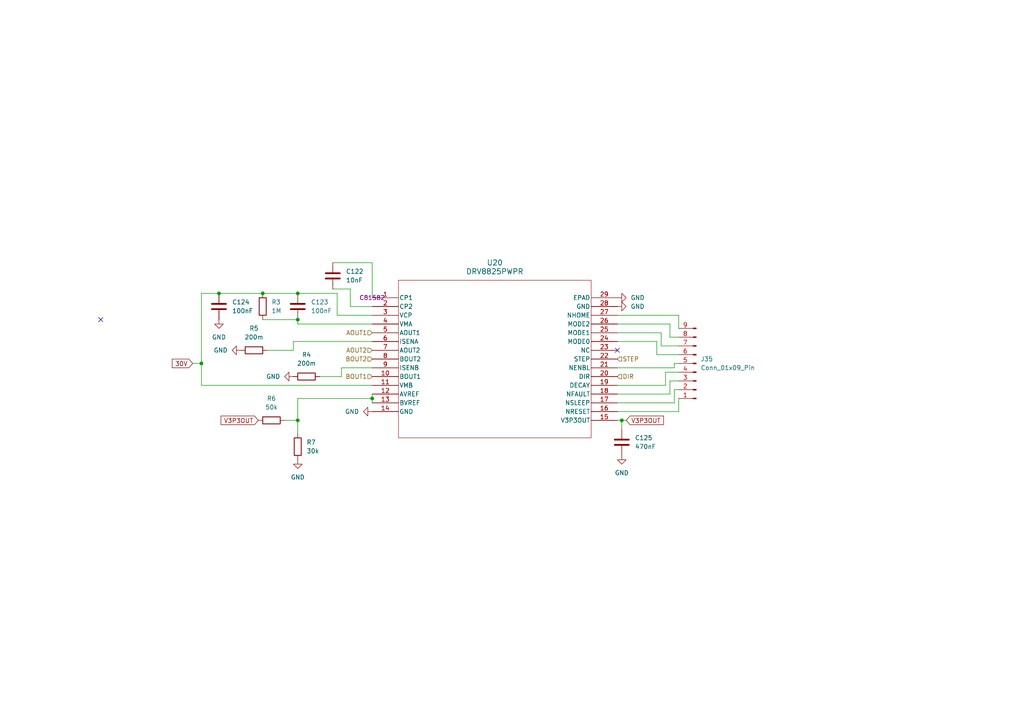
<source format=kicad_sch>
(kicad_sch (version 20250114) (generator "eeschema") (generator_version "9.0")
  (paper "A4")
  (lib_symbols
    (symbol "2025-03-06_21-39-13:DRV8825PWPR" (pin_names (offset 0.254))
      (property "Reference" "U" (at 35.56 10.16 0))
      (property "Value" "DRV8825PWPR" (at 35.56 7.62 0))
      (symbol "DRV8825PWPR_0_1"
        (polyline (pts (xy 7.62 5.08) (xy 7.62 -40.64)) (stroke (width 0.127)))
        (polyline (pts (xy 7.62 -40.64) (xy 63.5 -40.64)) (stroke (width 0.127)))
        (polyline (pts (xy 63.5 5.08) (xy 7.62 5.08)) (stroke (width 0.127)))
        (polyline (pts (xy 63.5 -40.64) (xy 63.5 5.08)) (stroke (width 0.127)))
        (pin bidirectional line (at 0 0 0) (length 7.62) (name "CP1") (number "1"))
        (pin bidirectional line (at 0 -2.54 0) (length 7.62) (name "CP2") (number "2"))
        (pin bidirectional line (at 0 -5.08 0) (length 7.62) (name "VCP") (number "3"))
        (pin power_in line (at 0 -7.62 0) (length 7.62) (name "VMA") (number "4"))
        (pin output line (at 0 -10.16 0) (length 7.62) (name "AOUT1") (number "5"))
        (pin bidirectional line (at 0 -12.7 0) (length 7.62) (name "ISENA") (number "6"))
        (pin output line (at 0 -15.24 0) (length 7.62) (name "AOUT2") (number "7"))
        (pin output line (at 0 -17.78 0) (length 7.62) (name "BOUT2") (number "8"))
        (pin bidirectional line (at 0 -20.32 0) (length 7.62) (name "ISENB") (number "9"))
        (pin output line (at 0 -22.86 0) (length 7.62) (name "BOUT1") (number "10"))
        (pin power_in line (at 0 -25.4 0) (length 7.62) (name "VMB") (number "11"))
        (pin input line (at 0 -27.94 0) (length 7.62) (name "AVREF") (number "12"))
        (pin input line (at 0 -30.48 0) (length 7.62) (name "BVREF") (number "13"))
        (pin power_in line (at 0 -33.02 0) (length 7.62) (name "GND") (number "14"))
        (pin unspecified line (at 71.12 0 180) (length 7.62) (name "EPAD") (number "29"))
        (pin power_in line (at 71.12 -2.54 180) (length 7.62) (name "GND") (number "28"))
        (pin output line (at 71.12 -5.08 180) (length 7.62) (name "NHOME") (number "27"))
        (pin input line (at 71.12 -7.62 180) (length 7.62) (name "MODE2") (number "26"))
        (pin input line (at 71.12 -10.16 180) (length 7.62) (name "MODE1") (number "25"))
        (pin input line (at 71.12 -12.7 180) (length 7.62) (name "MODE0") (number "24"))
        (pin unspecified line (at 71.12 -15.24 180) (length 7.62) (name "NC") (number "23"))
        (pin input line (at 71.12 -17.78 180) (length 7.62) (name "STEP") (number "22"))
        (pin input line (at 71.12 -20.32 180) (length 7.62) (name "NENBL") (number "21"))
        (pin input line (at 71.12 -22.86 180) (length 7.62) (name "DIR") (number "20"))
        (pin input line (at 71.12 -25.4 180) (length 7.62) (name "DECAY") (number "19"))
        (pin output line (at 71.12 -27.94 180) (length 7.62) (name "NFAULT") (number "18"))
        (pin input line (at 71.12 -30.48 180) (length 7.62) (name "NSLEEP") (number "17"))
        (pin input line (at 71.12 -33.02 180) (length 7.62) (name "NRESET") (number "16"))
        (pin output line (at 71.12 -35.56 180) (length 7.62) (name "V3P3OUT") (number "15"))
      )
    )
    (symbol "Connector:Conn_01x09_Pin" (pin_names (offset 1.016) (hide yes))
      (property "Reference" "J" (at 0 12.7 0))
      (property "Value" "Conn_01x09_Pin" (at 0 -12.7 0))
      (symbol "Conn_01x09_Pin_1_1"
        (rectangle (start 0.8636 10.287) (end 0 10.033) (stroke (width 0.1524)) (fill (type outline)))
        (rectangle (start 0.8636 7.747) (end 0 7.493) (stroke (width 0.1524)) (fill (type outline)))
        (rectangle (start 0.8636 5.207) (end 0 4.953) (stroke (width 0.1524)) (fill (type outline)))
        (rectangle (start 0.8636 2.667) (end 0 2.413) (stroke (width 0.1524)) (fill (type outline)))
        (rectangle (start 0.8636 0.127) (end 0 -0.127) (stroke (width 0.1524)) (fill (type outline)))
        (rectangle (start 0.8636 -2.413) (end 0 -2.667) (stroke (width 0.1524)) (fill (type outline)))
        (rectangle (start 0.8636 -4.953) (end 0 -5.207) (stroke (width 0.1524)) (fill (type outline)))
        (rectangle (start 0.8636 -7.493) (end 0 -7.747) (stroke (width 0.1524)) (fill (type outline)))
        (rectangle (start 0.8636 -10.033) (end 0 -10.287) (stroke (width 0.1524)) (fill (type outline)))
        (polyline (pts (xy 1.27 10.16) (xy 0.8636 10.16)) (stroke (width 0.1524)))
        (polyline (pts (xy 1.27 7.62) (xy 0.8636 7.62)) (stroke (width 0.1524)))
        (polyline (pts (xy 1.27 5.08) (xy 0.8636 5.08)) (stroke (width 0.1524)))
        (polyline (pts (xy 1.27 2.54) (xy 0.8636 2.54)) (stroke (width 0.1524)))
        (polyline (pts (xy 1.27 0) (xy 0.8636 0)) (stroke (width 0.1524)))
        (polyline (pts (xy 1.27 -2.54) (xy 0.8636 -2.54)) (stroke (width 0.1524)))
        (polyline (pts (xy 1.27 -5.08) (xy 0.8636 -5.08)) (stroke (width 0.1524)))
        (polyline (pts (xy 1.27 -7.62) (xy 0.8636 -7.62)) (stroke (width 0.1524)))
        (polyline (pts (xy 1.27 -10.16) (xy 0.8636 -10.16)) (stroke (width 0.1524)))
        (pin passive line (at 5.08 10.16 180) (length 3.81) (name "Pin_1") (number "1"))
        (pin passive line (at 5.08 7.62 180) (length 3.81) (name "Pin_2") (number "2"))
        (pin passive line (at 5.08 5.08 180) (length 3.81) (name "Pin_3") (number "3"))
        (pin passive line (at 5.08 2.54 180) (length 3.81) (name "Pin_4") (number "4"))
        (pin passive line (at 5.08 0 180) (length 3.81) (name "Pin_5") (number "5"))
        (pin passive line (at 5.08 -2.54 180) (length 3.81) (name "Pin_6") (number "6"))
        (pin passive line (at 5.08 -5.08 180) (length 3.81) (name "Pin_7") (number "7"))
        (pin passive line (at 5.08 -7.62 180) (length 3.81) (name "Pin_8") (number "8"))
        (pin passive line (at 5.08 -10.16 180) (length 3.81) (name "Pin_9") (number "9"))
      )
    )
    (symbol "Device:C" (pin_numbers (hide yes)) (pin_names (offset 0.254))
      (property "Reference" "C" (at 0.635 2.54 0))
      (property "Value" "C" (at 0.635 -2.54 0))
      (symbol "C_0_1"
        (polyline (pts (xy -2.032 0.762) (xy 2.032 0.762)) (stroke (width 0.508)))
        (polyline (pts (xy -2.032 -0.762) (xy 2.032 -0.762)) (stroke (width 0.508)))
      )
      (symbol "C_1_1"
        (pin passive line (at 0 3.81 270) (length 2.794) (name "~") (number "1"))
        (pin passive line (at 0 -3.81 90) (length 2.794) (name "~") (number "2"))
      )
    )
    (symbol "Device:R" (pin_numbers (hide yes)) (pin_names (offset 0))
      (property "Reference" "R" (at 2.032 0 90))
      (property "Value" "R" (at 0 0 90))
      (symbol "R_0_1"
        (rectangle (start -1.016 -2.54) (end 1.016 2.54) (stroke (width 0.254)))
      )
      (symbol "R_1_1"
        (pin passive line (at 0 3.81 270) (length 1.27) (name "~") (number "1"))
        (pin passive line (at 0 -3.81 90) (length 1.27) (name "~") (number "2"))
      )
    )
    (symbol "power:GND" (power) (pin_numbers (hide yes)) (pin_names (offset 0) (hide yes))
      (property "Value" "GND" (at 0 -3.81 0))
      (symbol "GND_0_1"
        (polyline (pts (xy 0 0) (xy 0 -1.27) (xy 1.27 -1.27) (xy 0 -2.54) (xy -1.27 -1.27) (xy 0 -1.27)))
      )
      (symbol "GND_1_1"
        (pin power_in line (at 0 0 270) (length 0) (name "~") (number "1"))
      )
    )
  )
  (junction (at 86.36 92.71))
  (junction (at 63.5 85.09))
  (junction (at 86.36 85.09))
  (junction (at 76.2 85.09))
  (junction (at 58.42 105.41))
  (junction (at 180.34 121.92))
  (junction (at 86.36 121.92))
  (junction (at 107.95 115.57))
  (no_connect (at 29.21 92.71))
  (no_connect (at 179.07 101.6))
  (wire (pts (xy 190.5 102.87) (xy 196.85 102.87)))
  (wire (pts (xy 58.42 111.76) (xy 58.42 105.41)))
  (wire (pts (xy 107.95 115.57) (xy 107.95 116.84)))
  (wire (pts (xy 97.79 91.44) (xy 97.79 85.09)))
  (wire (pts (xy 101.6 83.82) (xy 96.52 83.82)))
  (wire (pts (xy 179.07 116.84) (xy 195.58 116.84)))
  (wire (pts (xy 63.5 85.09) (xy 58.42 85.09)))
  (wire (pts (xy 63.5 85.09) (xy 76.2 85.09)))
  (wire (pts (xy 195.58 106.68) (xy 195.58 105.41)))
  (wire (pts (xy 193.04 107.95) (xy 196.85 107.95)))
  (wire (pts (xy 82.55 121.92) (xy 86.36 121.92)))
  (wire (pts (xy 194.31 93.98) (xy 194.31 97.79)))
  (wire (pts (xy 193.04 111.76) (xy 193.04 107.95)))
  (wire (pts (xy 107.95 86.36) (xy 107.95 76.2)))
  (wire (pts (xy 195.58 105.41) (xy 196.85 105.41)))
  (wire (pts (xy 101.6 83.82) (xy 101.6 88.9)))
  (wire (pts (xy 196.85 100.33) (xy 191.77 100.33)))
  (wire (pts (xy 179.07 111.76) (xy 193.04 111.76)))
  (wire (pts (xy 99.06 106.68) (xy 107.95 106.68)))
  (wire (pts (xy 195.58 116.84) (xy 195.58 113.03)))
  (wire (pts (xy 107.95 93.98) (xy 86.36 93.98)))
  (wire (pts (xy 77.47 101.6) (xy 85.09 101.6)))
  (wire (pts (xy 107.95 115.57) (xy 86.36 115.57)))
  (wire (pts (xy 85.09 101.6) (xy 85.09 99.06)))
  (wire (pts (xy 179.07 93.98) (xy 194.31 93.98)))
  (wire (pts (xy 86.36 85.09) (xy 97.79 85.09)))
  (wire (pts (xy 179.07 91.44) (xy 196.85 91.44)))
  (wire (pts (xy 58.42 85.09) (xy 58.42 105.41)))
  (wire (pts (xy 179.07 99.06) (xy 190.5 99.06)))
  (wire (pts (xy 179.07 114.3) (xy 194.31 114.3)))
  (wire (pts (xy 196.85 119.38) (xy 196.85 115.57)))
  (wire (pts (xy 180.34 121.92) (xy 181.61 121.92)))
  (wire (pts (xy 86.36 93.98) (xy 86.36 92.71)))
  (wire (pts (xy 76.2 92.71) (xy 86.36 92.71)))
  (wire (pts (xy 179.07 121.92) (xy 180.34 121.92)))
  (wire (pts (xy 107.95 91.44) (xy 97.79 91.44)))
  (wire (pts (xy 196.85 91.44) (xy 196.85 95.25)))
  (wire (pts (xy 179.07 106.68) (xy 195.58 106.68)))
  (wire (pts (xy 86.36 115.57) (xy 86.36 121.92)))
  (wire (pts (xy 92.71 109.22) (xy 99.06 109.22)))
  (wire (pts (xy 191.77 100.33) (xy 191.77 96.52)))
  (wire (pts (xy 194.31 110.49) (xy 196.85 110.49)))
  (wire (pts (xy 86.36 121.92) (xy 86.36 125.73)))
  (wire (pts (xy 180.34 124.46) (xy 180.34 121.92)))
  (wire (pts (xy 99.06 109.22) (xy 99.06 106.68)))
  (wire (pts (xy 191.77 96.52) (xy 179.07 96.52)))
  (wire (pts (xy 179.07 119.38) (xy 196.85 119.38)))
  (wire (pts (xy 58.42 105.41) (xy 55.88 105.41)))
  (wire (pts (xy 194.31 114.3) (xy 194.31 110.49)))
  (wire (pts (xy 107.95 76.2) (xy 96.52 76.2)))
  (wire (pts (xy 107.95 88.9) (xy 101.6 88.9)))
  (wire (pts (xy 190.5 99.06) (xy 190.5 102.87)))
  (wire (pts (xy 194.31 97.79) (xy 196.85 97.79)))
  (wire (pts (xy 76.2 85.09) (xy 86.36 85.09)))
  (wire (pts (xy 107.95 114.3) (xy 107.95 115.57)))
  (wire (pts (xy 107.95 111.76) (xy 58.42 111.76)))
  (wire (pts (xy 195.58 113.03) (xy 196.85 113.03)))
  (wire (pts (xy 85.09 99.06) (xy 107.95 99.06)))
  (global_label "V3P3OUT" (shape input) (at 74.93 121.92 180) (property "Intersheetrefs" "${INTERSHEET_REFS}" (effects (hide yes))))
  (global_label "V3P3OUT" (shape input) (at 181.61 121.92 0) (property "Intersheetrefs" "${INTERSHEET_REFS}" (effects (hide yes))))
  (global_label "30V" (shape input) (at 55.88 105.41 180) (property "Intersheetrefs" "${INTERSHEET_REFS}" (effects (hide yes))))
  (hierarchical_label "STEP" (shape input) (at 179.07 104.14 0))
  (hierarchical_label "DIR" (shape input) (at 179.07 109.22 0))
  (hierarchical_label "AOUT2" (shape input) (at 107.95 101.6 180))
  (hierarchical_label "BOUT1" (shape input) (at 107.95 109.22 180))
  (hierarchical_label "AOUT1" (shape input) (at 107.95 96.52 180))
  (hierarchical_label "BOUT2" (shape input) (at 107.95 104.14 180))
  (symbol (lib_id "power:GND") (at 86.36 133.35 0) (unit 1)
    (property "Reference" "#PWR0221" (effects (hide yes)))
    (property "Value" "GND" (at 86.36 138.43 0))
    (property "Description" "Power symbol creates a global label with name \"GND\" , ground" (effects (hide yes)))
  )
  (symbol (lib_id "power:GND") (at 85.09 109.22 270) (unit 1)
    (property "Reference" "#PWR0219" (effects (hide yes)))
    (property "Value" "GND" (at 81.28 109.2199 90) (effects (justify right)))
    (property "Description" "Power symbol creates a global label with name \"GND\" , ground" (effects (hide yes)))
  )
  (symbol (lib_id "Device:R") (at 88.9 109.22 270) (unit 1)
    (property "Reference" "R4" (at 88.9 102.87 90))
    (property "Value" "200m" (at 88.9 105.41 90))
    (property "Footprint" "Resistor_SMD:R_0805_2012Metric" (effects (hide yes)))
    (property "Part #" "C17673" (effects (hide yes)))
  )
  (symbol (lib_id "power:GND") (at 69.85 101.6 270) (unit 1)
    (property "Reference" "#PWR0220" (effects (hide yes)))
    (property "Value" "GND" (at 66.04 101.5999 90) (effects (justify right)))
    (property "Description" "Power symbol creates a global label with name \"GND\" , ground" (effects (hide yes)))
  )
  (symbol (lib_id "2025-03-06_21-39-13:DRV8825PWPR") (at 107.95 86.36 0) (unit 1)
    (property "Reference" "U20" (at 143.51 76.2 0) (effects (font (size 1.524 1.524))))
    (property "Value" "DRV8825PWPR" (at 143.51 78.74 0) (effects (font (size 1.524 1.524))))
    (property "Footprint" "PWP28_5P18X3P1" (effects (hide yes)))
    (property "Datasheet" "DRV8825PWPR" (effects (hide yes)))
    (property "Part #" "C81582" (at 107.95 86.36 0))
  )
  (symbol (lib_id "Device:C") (at 63.5 88.9 0) (unit 1)
    (property "Reference" "C124" (at 67.31 87.63 0) (effects (justify left)))
    (property "Value" "100nF" (at 67.31 90.17 0) (effects (justify left)))
    (property "Footprint" "Capacitor_SMD:C_0805_2012Metric" (effects (hide yes)))
    (property "Part #" "CC0805KRX7R9BB104" (effects (hide yes)))
  )
  (symbol (lib_id "Device:R") (at 86.36 129.54 0) (unit 1)
    (property "Reference" "R7" (at 88.9 128.2699 0) (effects (justify left)))
    (property "Value" "30k" (at 88.9 130.8099 0) (effects (justify left)))
    (property "Footprint" "Resistor_SMD:R_0805_2012Metric" (effects (hide yes)))
    (property "Part #" "C17673" (effects (hide yes)))
  )
  (symbol (lib_id "Device:C") (at 180.34 128.27 0) (unit 1)
    (property "Reference" "C125" (at 184.15 127 0) (effects (justify left)))
    (property "Value" "470nF" (at 184.15 129.54 0) (effects (justify left)))
    (property "Footprint" "Capacitor_SMD:C_0805_2012Metric" (effects (hide yes)))
    (property "Part #" "CC0805KRX7R9BB104" (effects (hide yes)))
  )
  (symbol (lib_id "power:GND") (at 179.07 88.9 90) (unit 1)
    (property "Reference" "#PWR0215" (effects (hide yes)))
    (property "Value" "GND" (at 182.88 88.8999 90) (effects (justify right)))
    (property "Description" "Power symbol creates a global label with name \"GND\" , ground" (effects (hide yes)))
  )
  (symbol (lib_id "power:GND") (at 180.34 132.08 0) (unit 1)
    (property "Reference" "#PWR0222" (effects (hide yes)))
    (property "Value" "GND" (at 180.34 137.16 0))
    (property "Description" "Power symbol creates a global label with name \"GND\" , ground" (effects (hide yes)))
  )
  (symbol (lib_id "power:GND") (at 107.95 119.38 270) (unit 1)
    (property "Reference" "#PWR0216" (effects (hide yes)))
    (property "Value" "GND" (at 104.14 119.3799 90) (effects (justify right)))
    (property "Description" "Power symbol creates a global label with name \"GND\" , ground" (effects (hide yes)))
  )
  (symbol (lib_id "power:GND") (at 179.07 86.36 90) (unit 1)
    (property "Reference" "#PWR0217" (effects (hide yes)))
    (property "Value" "GND" (at 182.88 86.3599 90) (effects (justify right)))
    (property "Description" "Power symbol creates a global label with name \"GND\" , ground" (effects (hide yes)))
  )
  (symbol (lib_id "Device:R") (at 76.2 88.9 180) (unit 1)
    (property "Reference" "R3" (at 78.74 87.6299 0) (effects (justify right)))
    (property "Value" "1M" (at 78.74 90.1699 0) (effects (justify right)))
    (property "Footprint" "Resistor_SMD:R_0805_2012Metric" (effects (hide yes)))
    (property "Part #" "C17673" (effects (hide yes)))
  )
  (symbol (lib_id "Device:R") (at 78.74 121.92 270) (unit 1)
    (property "Reference" "R6" (at 78.74 115.57 90))
    (property "Value" "50k" (at 78.74 118.11 90))
    (property "Footprint" "Resistor_SMD:R_0805_2012Metric" (effects (hide yes)))
    (property "Part #" "C17673" (effects (hide yes)))
  )
  (symbol (lib_id "Connector:Conn_01x09_Pin") (at 201.93 105.41 180) (unit 1)
    (property "Reference" "J35" (at 203.2 104.1399 0) (effects (justify right)))
    (property "Value" "Conn_01x09_Pin" (at 203.2 106.6799 0) (effects (justify right)))
    (property "Footprint" "Connector_PinHeader_2.54mm:PinHeader_1x09_P2.54mm_Vertical" (effects (hide yes)))
    (property "Description" "Generic connector, single row, 01x09, script generated" (effects (hide yes)))
  )
  (symbol (lib_id "Device:C") (at 86.36 88.9 0) (unit 1)
    (property "Reference" "C123" (at 90.17 87.63 0) (effects (justify left)))
    (property "Value" "100nF" (at 90.17 90.17 0) (effects (justify left)))
    (property "Footprint" "Capacitor_SMD:C_0805_2012Metric" (effects (hide yes)))
    (property "Part #" "CC0805KRX7R9BB104" (effects (hide yes)))
  )
  (symbol (lib_id "Device:R") (at 73.66 101.6 270) (unit 1)
    (property "Reference" "R5" (at 73.66 95.25 90))
    (property "Value" "200m" (at 73.66 97.79 90))
    (property "Footprint" "Resistor_SMD:R_0805_2012Metric" (effects (hide yes)))
    (property "Part #" "C17673" (effects (hide yes)))
  )
  (symbol (lib_id "Device:C") (at 96.52 80.01 0) (unit 1)
    (property "Reference" "C122" (at 100.33 78.74 0) (effects (justify left)))
    (property "Value" "10nF" (at 100.33 81.28 0) (effects (justify left)))
    (property "Footprint" "Capacitor_SMD:C_0805_2012Metric" (effects (hide yes)))
    (property "Part #" "CC0805KRX7R9BB104" (effects (hide yes)))
  )
  (symbol (lib_id "power:GND") (at 63.5 92.71 0) (unit 1)
    (property "Reference" "#PWR0218" (effects (hide yes)))
    (property "Value" "GND" (at 63.5 97.79 0))
    (property "Description" "Power symbol creates a global label with name \"GND\" , ground" (effects (hide yes)))
  )
)
</source>
